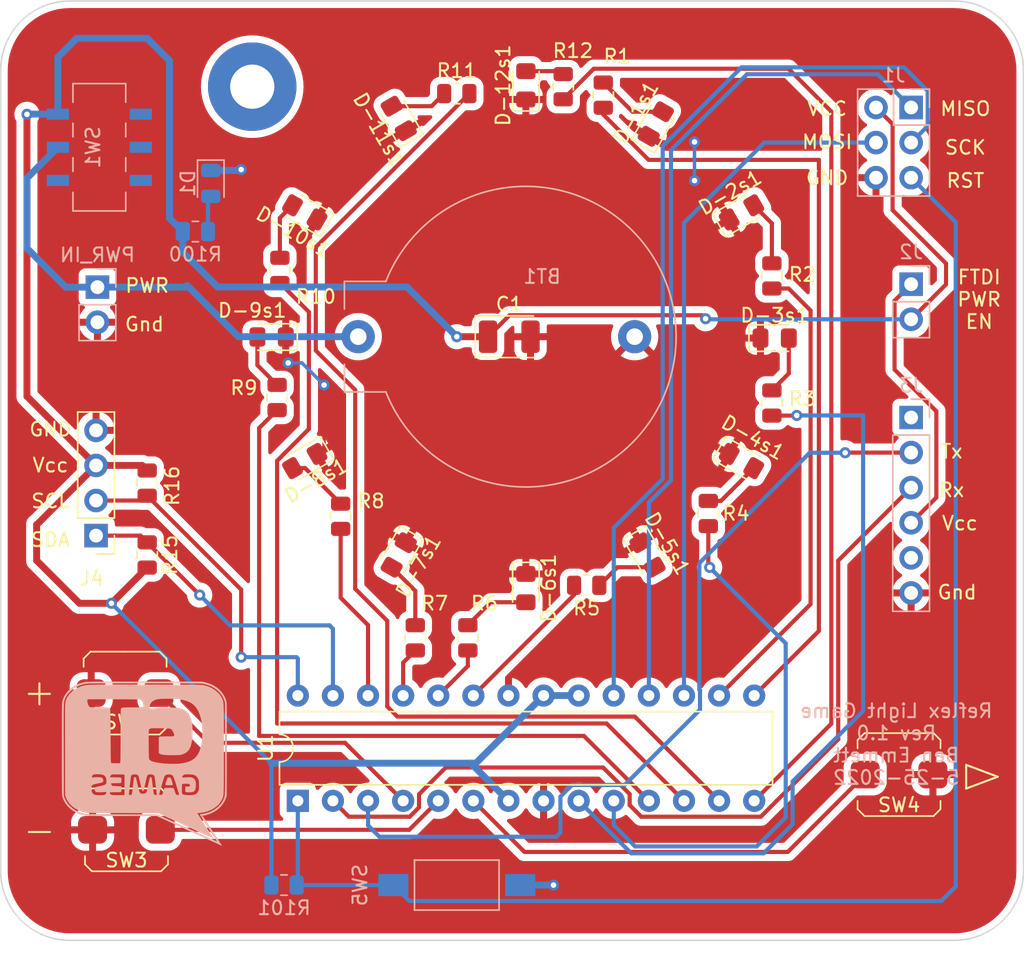
<source format=kicad_pcb>
(kicad_pcb (version 20211014) (generator pcbnew)
  (layers (0 "F.Cu" signal) (31 "B.Cu" signal) (34 "B.Paste" user) (35 "F.Paste" user) (36 "B.SilkS" user "B.Silkscreen") (37 "F.SilkS" user "F.Silkscreen") (38 "B.Mask" user) (39 "F.Mask" user) (44 "Edge.Cuts" user))
  (net 0 "")
  (net 1 "GND")
  (net 2 "VCC")
  (net 3 "Net-(D-1s1-Pad2)")
  (net 4 "Net-(D-2s1-Pad2)")
  (net 5 "Net-(D-3s1-Pad2)")
  (net 6 "Net-(D-4s1-Pad2)")
  (net 7 "Net-(D-5s1-Pad2)")
  (net 8 "Net-(D-6s1-Pad2)")
  (net 9 "Net-(D-7s1-Pad2)")
  (net 10 "Net-(D-8s1-Pad2)")
  (net 11 "Net-(D-9s1-Pad2)")
  (net 12 "Net-(D-10s1-Pad2)")
  (net 13 "Net-(D-11s1-Pad2)")
  (net 14 "Net-(D-12s1-Pad2)")
  (net 15 "Net-(D1-Pad2)")
  (net 16 "/MISO")
  (net 17 "/SCK")
  (net 18 "/MOSI")
  (net 19 "/RST")
  (net 20 "/FTDI_VCC")
  (net 22 "/UART_TX")
  (net 23 "/UART_RX")
  (net 25 "/I2C_SDA")
  (net 26 "/I2C_SCL")
  (net 27 "Net-(R3-Pad2)")
  (net 28 "Net-(R4-Pad2)")
  (net 29 "Net-(R5-Pad2)")
  (net 30 "Net-(R6-Pad2)")
  (net 31 "Net-(R7-Pad2)")
  (net 32 "Net-(R8-Pad2)")
  (net 33 "Net-(R9-Pad2)")
  (net 34 "Net-(R10-Pad2)")
  (net 35 "Net-(R11-Pad2)")
  (net 36 "Net-(R12-Pad2)")
  (net 41 "/PLUS_BTN")
  (net 42 "/MINUS_BTN")
  (net 43 "/PLAY_BTN")
  (net 44 "Net-(R1-Pad2)")
  (net 45 "Net-(R2-Pad2)")
  (net 46 "/PWR_IN")
  (footprint "LED_SMD:LED_0805_2012Metric_Pad1.15x1.40mm_HandSolder" (layer "F.Cu") (at 166.4 78.1 30)
    (fp_text reference "D-2s1" (at 0 -1.65 30) (layer "F.SilkS"))
    (fp_text value "LED")
    (pad "1" smd roundrect (at -1.025 0 30) (size 1.15 1.4) (layers "F.Cu" "F.Paste" "F.Mask") (roundrect_rratio 0.2173913043) (net 1 "GND"))
    (pad "2" smd roundrect (at 1.025 0 30) (size 1.15 1.4) (layers "F.Cu" "F.Paste" "F.Mask") (roundrect_rratio 0.2173913043) (net 4 "Net-(D-2s1-Pad2)"))
  )
  (footprint "LED_SMD:LED_0805_2012Metric_Pad1.15x1.40mm_HandSolder" (layer "F.Cu") (at 168.8 87.2)
    (fp_text reference "D-3s1" (at 0 -1.65) (layer "F.SilkS"))
    (fp_text value "LED")
    (pad "1" smd roundrect (at -1.025 0) (size 1.15 1.4) (layers "F.Cu" "F.Paste" "F.Mask") (roundrect_rratio 0.2173913043) (net 1 "GND"))
    (pad "2" smd roundrect (at 1.025 0) (size 1.15 1.4) (layers "F.Cu" "F.Paste" "F.Mask") (roundrect_rratio 0.2173913043) (net 5 "Net-(D-3s1-Pad2)"))
  )
  (footprint "LED_SMD:LED_0805_2012Metric_Pad1.15x1.40mm_HandSolder" (layer "F.Cu") (at 150.8 68.9 90)
    (fp_text reference "D-12s1" (at 0 -1.65 90) (layer "F.SilkS"))
    (fp_text value "LED")
    (pad "1" smd roundrect (at -1.025 0 90) (size 1.15 1.4) (layers "F.Cu" "F.Paste" "F.Mask") (roundrect_rratio 0.2173913043) (net 1 "GND"))
    (pad "2" smd roundrect (at 1.025 0 90) (size 1.15 1.4) (layers "F.Cu" "F.Paste" "F.Mask") (roundrect_rratio 0.2173913043) (net 14 "Net-(D-12s1-Pad2)"))
  )
  (footprint "Resistor_SMD:R_0805_2012Metric" (layer "F.Cu") (at 142.8 108.9 -90)
    (fp_text reference "R7" (at -2.5 -1.4 180) (layer "F.SilkS"))
    (fp_text value "100R")
    (pad "1" smd roundrect (at -0.9125 0 270) (size 1.025 1.4) (layers "F.Cu" "F.Paste" "F.Mask") (roundrect_rratio 0.243902439) (net 9 "Net-(D-7s1-Pad2)"))
    (pad "2" smd roundrect (at 0.9125 0 270) (size 1.025 1.4) (layers "F.Cu" "F.Paste" "F.Mask") (roundrect_rratio 0.243902439) (net 31 "Net-(R7-Pad2)"))
  )
  (footprint "LED_SMD:LED_0805_2012Metric_Pad1.15x1.40mm_HandSolder" (layer "F.Cu") (at 150.8 105.3 -90)
    (fp_text reference "D-6s1" (at 0 -1.65 90) (layer "F.SilkS"))
    (fp_text value "LED")
    (pad "1" smd roundrect (at -1.025 0 270) (size 1.15 1.4) (layers "F.Cu" "F.Paste" "F.Mask") (roundrect_rratio 0.2173913043) (net 1 "GND"))
    (pad "2" smd roundrect (at 1.025 0 270) (size 1.15 1.4) (layers "F.Cu" "F.Paste" "F.Mask") (roundrect_rratio 0.2173913043) (net 8 "Net-(D-6s1-Pad2)"))
  )
  (footprint "Resistor_SMD:R_0805_2012Metric" (layer "F.Cu") (at 146.6 108.9 -90)
    (fp_text reference "R6" (at -2.5 -1.2 180) (layer "F.SilkS"))
    (fp_text value "100R")
    (pad "1" smd roundrect (at -0.9125 0 270) (size 1.025 1.4) (layers "F.Cu" "F.Paste" "F.Mask") (roundrect_rratio 0.243902439) (net 8 "Net-(D-6s1-Pad2)"))
    (pad "2" smd roundrect (at 0.9125 0 270) (size 1.025 1.4) (layers "F.Cu" "F.Paste" "F.Mask") (roundrect_rratio 0.243902439) (net 30 "Net-(R6-Pad2)"))
  )
  (footprint "MountingHole:MountingHole_3.2mm_M3_Pad" (layer "F.Cu") (at 131 69)
    (fp_text reference "REF**" hide)
    (fp_text value "MountingHole_3.2mm_M3_Pad")
    (pad "1" thru_hole circle (at 0 0) (size 6.4 6.4) (drill 3.2) (layers *.Cu *.Mask))
  )
  (footprint "Resistor_SMD:R_0805_2012Metric" (layer "F.Cu") (at 156.4 69.6125 -90)
    (fp_text reference "R1" (at -2.8125 -1 180) (layer "F.SilkS"))
    (fp_text value "100R")
    (pad "1" smd roundrect (at -0.9125 0 270) (size 1.025 1.4) (layers "F.Cu" "F.Paste" "F.Mask") (roundrect_rratio 0.243902439) (net 3 "Net-(D-1s1-Pad2)"))
    (pad "2" smd roundrect (at 0.9125 0 270) (size 1.025 1.4) (layers "F.Cu" "F.Paste" "F.Mask") (roundrect_rratio 0.243902439) (net 44 "Net-(R1-Pad2)"))
  )
  (footprint "Button_Switch_SMD:Switch_SPST_SMD_6mm_bje" (layer "F.Cu") (at 121.9 122.8)
    (fp_text reference "SW3" (at 0 2.2 unlocked) (layer "F.SilkS"))
    (fp_text value "SW_-")
    (pad "1" smd roundrect (at 2.45 0) (size 2.1 2) (layers "F.Cu" "F.Paste" "F.Mask") (net 42 "/MINUS_BTN"))
    (pad "2" smd roundrect (at -2.45 0) (size 2.1 2) (layers "F.Cu" "F.Paste" "F.Mask") (net 1 "GND"))
  )
  (footprint "LED_SMD:LED_0805_2012Metric_Pad1.15x1.40mm_HandSolder" (layer "F.Cu") (at 160.2 71.7 60)
    (fp_text reference "D-1s1" (at 0 -1.65 60) (layer "F.SilkS"))
    (fp_text value "LED")
    (pad "1" smd roundrect (at -1.025 0 60) (size 1.15 1.4) (layers "F.Cu" "F.Paste" "F.Mask") (roundrect_rratio 0.2173913043) (net 1 "GND"))
    (pad "2" smd roundrect (at 1.025 0 60) (size 1.15 1.4) (layers "F.Cu" "F.Paste" "F.Mask") (roundrect_rratio 0.2173913043) (net 3 "Net-(D-1s1-Pad2)"))
  )
  (footprint "Resistor_SMD:R_0805_2012Metric" (layer "F.Cu") (at 168.6 82.7 -90)
    (fp_text reference "R2" (at -0.1 -2.2 180) (layer "F.SilkS"))
    (fp_text value "100R")
    (pad "1" smd roundrect (at -0.9125 0 270) (size 1.025 1.4) (layers "F.Cu" "F.Paste" "F.Mask") (roundrect_rratio 0.243902439) (net 4 "Net-(D-2s1-Pad2)"))
    (pad "2" smd roundrect (at 0.9125 0 270) (size 1.025 1.4) (layers "F.Cu" "F.Paste" "F.Mask") (roundrect_rratio 0.243902439) (net 45 "Net-(R2-Pad2)"))
  )
  (footprint "LED_SMD:LED_0805_2012Metric_Pad1.15x1.40mm_HandSolder" (layer "F.Cu") (at 134.8 78.1 150)
    (fp_text reference "D-10s1" (at 0 -1.65 150) (layer "F.SilkS"))
    (fp_text value "LED")
    (pad "1" smd roundrect (at -1.025 0 150) (size 1.15 1.4) (layers "F.Cu" "F.Paste" "F.Mask") (roundrect_rratio 0.2173913043) (net 1 "GND"))
    (pad "2" smd roundrect (at 1.025 0 150) (size 1.15 1.4) (layers "F.Cu" "F.Paste" "F.Mask") (roundrect_rratio 0.2173913043) (net 12 "Net-(D-10s1-Pad2)"))
  )
  (footprint "Resistor_SMD:R_0805_2012Metric" (layer "F.Cu") (at 137.4 100.1 -90)
    (fp_text reference "R8" (at -1.1 -2.2 180) (layer "F.SilkS"))
    (fp_text value "100R")
    (pad "1" smd roundrect (at -0.9125 0 270) (size 1.025 1.4) (layers "F.Cu" "F.Paste" "F.Mask") (roundrect_rratio 0.243902439) (net 10 "Net-(D-8s1-Pad2)"))
    (pad "2" smd roundrect (at 0.9125 0 270) (size 1.025 1.4) (layers "F.Cu" "F.Paste" "F.Mask") (roundrect_rratio 0.243902439) (net 32 "Net-(R8-Pad2)"))
  )
  (footprint "Resistor_SMD:R_0805_2012Metric" (layer "F.Cu") (at 145.8 69.5)
    (fp_text reference "R11" (at 0 -1.65) (layer "F.SilkS"))
    (fp_text value "100R")
    (pad "1" smd roundrect (at -0.9125 0) (size 1.025 1.4) (layers "F.Cu" "F.Paste" "F.Mask") (roundrect_rratio 0.243902439) (net 13 "Net-(D-11s1-Pad2)"))
    (pad "2" smd roundrect (at 0.9125 0) (size 1.025 1.4) (layers "F.Cu" "F.Paste" "F.Mask") (roundrect_rratio 0.243902439) (net 35 "Net-(R11-Pad2)"))
  )
  (footprint "Resistor_SMD:R_0805_2012Metric" (layer "F.Cu") (at 123.4 102.9 -90)
    (fp_text reference "R15" (at 0 -1.65 90) (layer "F.SilkS"))
    (fp_text value "R")
    (pad "1" smd roundrect (at -0.9125 0 270) (size 1.025 1.4) (layers "F.Cu" "F.Paste" "F.Mask") (roundrect_rratio 0.243902439) (net 25 "/I2C_SDA"))
    (pad "2" smd roundrect (at 0.9125 0 270) (size 1.025 1.4) (layers "F.Cu" "F.Paste" "F.Mask") (roundrect_rratio 0.243902439) (net 2 "VCC"))
  )
  (footprint "Connector_PinHeader_2.54mm:PinHeader_1x04_P2.54mm_Vertical" (layer "F.Cu") (at 119.7 101.5 180)
    (fp_text reference "J4" (at 0.3 -3.1 180) (layer "F.SilkS"))
    (fp_text value "I2C")
    (pad "1" thru_hole rect (at 0 0 180) (size 1.7 1.7) (drill 1) (layers *.Cu *.Mask) (net 25 "/I2C_SDA"))
    (pad "2" thru_hole oval (at 0 2.54 180) (size 1.7 1.7) (drill 1) (layers *.Cu *.Mask) (net 26 "/I2C_SCL"))
    (pad "3" thru_hole oval (at 0 5.08 180) (size 1.7 1.7) (drill 1) (layers *.Cu *.Mask) (net 2 "VCC"))
    (pad "4" thru_hole oval (at 0 7.62 180) (size 1.7 1.7) (drill 1) (layers *.Cu *.Mask) (net 1 "GND"))
  )
  (footprint "LED_SMD:LED_0805_2012Metric_Pad1.15x1.40mm_HandSolder" (layer "F.Cu") (at 134.8 96.1 -150)
    (fp_text reference "D-8s1" (at 0 -1.65 30) (layer "F.SilkS"))
    (fp_text value "LED")
    (pad "1" smd roundrect (at -1.025 0 210) (size 1.15 1.4) (layers "F.Cu" "F.Paste" "F.Mask") (roundrect_rratio 0.2173913043) (net 1 "GND"))
    (pad "2" smd roundrect (at 1.025 0 210) (size 1.15 1.4) (layers "F.Cu" "F.Paste" "F.Mask") (roundrect_rratio 0.2173913043) (net 10 "Net-(D-8s1-Pad2)"))
  )
  (footprint "Resistor_SMD:R_0805_2012Metric" (layer "F.Cu") (at 168.6 91.9 -90)
    (fp_text reference "R3" (at -0.3 -2.2 180) (layer "F.SilkS"))
    (fp_text value "100R")
    (pad "1" smd roundrect (at -0.9125 0 270) (size 1.025 1.4) (layers "F.Cu" "F.Paste" "F.Mask") (roundrect_rratio 0.243902439) (net 5 "Net-(D-3s1-Pad2)"))
    (pad "2" smd roundrect (at 0.9125 0 270) (size 1.025 1.4) (layers "F.Cu" "F.Paste" "F.Mask") (roundrect_rratio 0.243902439) (net 27 "Net-(R3-Pad2)"))
  )
  (footprint "LED_SMD:LED_0805_2012Metric_Pad1.15x1.40mm_HandSolder" (layer "F.Cu") (at 141.6 102.9 -120)
    (fp_text reference "D-7s1" (at 0 -1.65 60) (layer "F.SilkS"))
    (fp_text value "LED")
    (pad "1" smd roundrect (at -1.025 0 240) (size 1.15 1.4) (layers "F.Cu" "F.Paste" "F.Mask") (roundrect_rratio 0.2173913043) (net 1 "GND"))
    (pad "2" smd roundrect (at 1.025 0 240) (size 1.15 1.4) (layers "F.Cu" "F.Paste" "F.Mask") (roundrect_rratio 0.2173913043) (net 9 "Net-(D-7s1-Pad2)"))
  )
  (footprint "Resistor_SMD:R_0805_2012Metric" (layer "F.Cu") (at 155.2 105.1 180)
    (fp_text reference "R5" (at 0 -1.65) (layer "F.SilkS"))
    (fp_text value "100R")
    (pad "1" smd roundrect (at -0.9125 0 180) (size 1.025 1.4) (layers "F.Cu" "F.Paste" "F.Mask") (roundrect_rratio 0.243902439) (net 7 "Net-(D-5s1-Pad2)"))
    (pad "2" smd roundrect (at 0.9125 0 180) (size 1.025 1.4) (layers "F.Cu" "F.Paste" "F.Mask") (roundrect_rratio 0.243902439) (net 29 "Net-(R5-Pad2)"))
  )
  (footprint "LED_SMD:LED_0805_2012Metric_Pad1.15x1.40mm_HandSolder" (layer "F.Cu") (at 132.4 87.12 180)
    (fp_text reference "D-9s1" (at 1.4 1.92) (layer "F.SilkS"))
    (fp_text value "LED")
    (pad "1" smd roundrect (at -1.025 0 180) (size 1.15 1.4) (layers "F.Cu" "F.Paste" "F.Mask") (roundrect_rratio 0.2173913043) (net 1 "GND"))
    (pad "2" smd roundrect (at 1.025 0 180) (size 1.15 1.4) (layers "F.Cu" "F.Paste" "F.Mask") (roundrect_rratio 0.2173913043) (net 11 "Net-(D-9s1-Pad2)"))
  )
  (footprint "Resistor_SMD:R_0805_2012Metric" (layer "F.Cu") (at 133 82.3 -90)
    (fp_text reference "R10" (at 1.9 -2.6 180) (layer "F.SilkS"))
    (fp_text value "100R")
    (pad "1" smd roundrect (at -0.9125 0 270) (size 1.025 1.4) (layers "F.Cu" "F.Paste" "F.Mask") (roundrect_rratio 0.243902439) (net 12 "Net-(D-10s1-Pad2)"))
    (pad "2" smd roundrect (at 0.9125 0 270) (size 1.025 1.4) (layers "F.Cu" "F.Paste" "F.Mask") (roundrect_rratio 0.243902439) (net 34 "Net-(R10-Pad2)"))
  )
  (footprint "Resistor_SMD:R_0805_2012Metric" (layer "F.Cu") (at 164 99.9 -90)
    (fp_text reference "R4" (at 0 -2 180) (layer "F.SilkS"))
    (fp_text value "100R")
    (pad "1" smd roundrect (at -0.9125 0 270) (size 1.025 1.4) (layers "F.Cu" "F.Paste" "F.Mask") (roundrect_rratio 0.243902439) (net 6 "Net-(D-4s1-Pad2)"))
    (pad "2" smd roundrect (at 0.9125 0 270) (size 1.025 1.4) (layers "F.Cu" "F.Paste" "F.Mask") (roundrect_rratio 0.243902439) (net 28 "Net-(R4-Pad2)"))
  )
  (footprint "Capacitor_Tantalum_SMD:CP_EIA-3528-12_Kemet-T" (layer "F.Cu") (at 149.6 87.1)
    (fp_text reference "C1" (at 0 -2.35) (layer "F.SilkS"))
    (fp_text value "C_Polarized")
    (pad "1" smd roundrect (at -1.5375 0) (size 1.325 2.35) (layers "F.Cu" "F.Paste" "F.Mask") (roundrect_rratio 0.1886792453) (net 2 "VCC"))
    (pad "2" smd roundrect (at 1.5375 0) (size 1.325 2.35) (layers "F.Cu" "F.Paste" "F.Mask") (roundrect_rratio 0.1886792453) (net 1 "GND"))
  )
  (footprint "LED_SMD:LED_0805_2012Metric_Pad1.15x1.40mm_HandSolder" (layer "F.Cu") (at 166.4 96.1 -30)
    (fp_text reference "D-4s1" (at -0.135529 -1.884743 150) (layer "F.SilkS"))
    (fp_text value "LED")
    (pad "1" smd roundrect (at -1.025 0 330) (size 1.15 1.4) (layers "F.Cu" "F.Paste" "F.Mask") (roundrect_rratio 0.2173913043) (net 1 "GND"))
    (pad "2" smd roundrect (at 1.025 0 330) (size 1.15 1.4) (layers "F.Cu" "F.Paste" "F.Mask") (roundrect_rratio 0.2173913043) (net 6 "Net-(D-4s1-Pad2)"))
  )
  (footprint "Button_Switch_SMD:Switch_SPST_SMD_6mm_bje" (layer "F.Cu") (at 177.8 118.8 180)
    (fp_text reference "SW4" (at 0 -2.2 unlocked) (layer "F.SilkS"))
    (fp_text value "SW_PLAY")
    (pad "1" smd roundrect (at 2.45 0 180) (size 2.1 2) (layers "F.Cu" "F.Paste" "F.Mask") (net 43 "/PLAY_BTN"))
    (pad "2" smd roundrect (at -2.45 0 180) (size 2.1 2) (layers "F.Cu" "F.Paste" "F.Mask") (net 1 "GND"))
  )
  (footprint "Button_Switch_SMD:Switch_SPST_SMD_6mm_bje" (layer "F.Cu") (at 121.8 112.9)
    (fp_text reference "SW2" (at 0 2.1 unlocked) (layer "F.SilkS"))
    (fp_text value "SW_+")
    (pad "1" smd roundrect (at 2.45 0) (size 2.1 2) (layers "F.Cu" "F.Paste" "F.Mask") (net 41 "/PLUS_BTN"))
    (pad "2" smd roundrect (at -2.45 0) (size 2.1 2) (layers "F.Cu" "F.Paste" "F.Mask") (net 1 "GND"))
  )
  (footprint "Package_DIP:DIP-28_W7.62mm" (layer "F.Cu") (at 134.3 120.7 90)
    (fp_text reference "U1" (at 3.81 -2.33 90) (layer "F.SilkS"))
    (fp_text value "ATmega328P-PU")
    (pad "1" thru_hole rect (at 0 0 90) (size 1.6 1.6) (drill 0.8) (layers *.Cu *.Mask) (net 19 "/RST"))
    (pad "2" thru_hole oval (at 0 2.54 90) (size 1.6 1.6) (drill 0.8) (layers *.Cu *.Mask) (net 23 "/UART_RX"))
    (pad "3" thru_hole oval (at 0 5.08 90) (size 1.6 1.6) (drill 0.8) (layers *.Cu *.Mask) (net 22 "/UART_TX"))
    (pad "4" thru_hole oval (at 0 7.62 90) (size 1.6 1.6) (drill 0.8) (layers *.Cu *.Mask) (net 41 "/PLUS_BTN"))
    (pad "5" thru_hole oval (at 0 10.16 90) (size 1.6 1.6) (drill 0.8) (layers *.Cu *.Mask) (net 42 "/MINUS_BTN"))
    (pad "6" thru_hole oval (at 0 12.7 90) (size 1.6 1.6) (drill 0.8) (layers *.Cu *.Mask) (net 43 "/PLAY_BTN"))
    (pad "7" thru_hole oval (at 0 15.24 90) (size 1.6 1.6) (drill 0.8) (layers *.Cu *.Mask) (net 2 "VCC"))
    (pad "8" thru_hole oval (at 0 17.78 90) (size 1.6 1.6) (drill 0.8) (layers *.Cu *.Mask) (net 1 "GND"))
    (pad "9" thru_hole oval (at 0 20.32 90) (size 1.6 1.6) (drill 0.8) (layers *.Cu *.Mask) (net 27 "Net-(R3-Pad2)"))
    (pad "10" thru_hole oval (at 0 22.86 90) (size 1.6 1.6) (drill 0.8) (layers *.Cu *.Mask) (net 28 "Net-(R4-Pad2)"))
    (pad "11" thru_hole oval (at 0 25.4 90) (size 1.6 1.6) (drill 0.8) (layers *.Cu *.Mask) (net 33 "Net-(R9-Pad2)"))
    (pad "12" thru_hole oval (at 0 27.94 90) (size 1.6 1.6) (drill 0.8) (layers *.Cu *.Mask) (net 34 "Net-(R10-Pad2)"))
    (pad "13" thru_hole oval (at 0 30.48 90) (size 1.6 1.6) (drill 0.8) (layers *.Cu *.Mask) (net 35 "Net-(R11-Pad2)"))
    (pad "14" thru_hole oval (at 0 33.02 90) (size 1.6 1.6) (drill 0.8) (layers *.Cu *.Mask) (net 36 "Net-(R12-Pad2)"))
    (pad "15" thru_hole oval (at 7.62 33.02 90) (size 1.6 1.6) (drill 0.8) (layers *.Cu *.Mask) (net 44 "Net-(R1-Pad2)"))
    (pad "16" thru_hole oval (at 7.62 30.48 90) (size 1.6 1.6) (drill 0.8) (layers *.Cu *.Mask) (net 45 "Net-(R2-Pad2)"))
    (pad "17" thru_hole oval (at 7.62 27.94 90) (size 1.6 1.6) (drill 0.8) (layers *.Cu *.Mask) (net 18 "/MOSI"))
    (pad "18" thru_hole oval (at 7.62 25.4 90) (size 1.6 1.6) (drill 0.8) (layers *.Cu *.Mask) (net 16 "/MISO"))
    (pad "19" thru_hole oval (at 7.62 22.86 90) (size 1.6 1.6) (drill 0.8) (layers *.Cu *.Mask) (net 17 "/SCK"))
    (pad "20" thru_hole oval (at 7.62 20.32 90) (size 1.6 1.6) (drill 0.8) (layers *.Cu *.Mask) (net 2 "VCC"))
    (pad "21" thru_hole oval (at 7.62 17.78 90) (size 1.6 1.6) (drill 0.8) (layers *.Cu *.Mask) (net 2 "VCC"))
    (pad "22" thru_hole oval (at 7.62 15.24 90) (size 1.6 1.6) (drill 0.8) (layers *.Cu *.Mask) (net 1 "GND"))
    (pad "23" thru_hole oval (at 7.62 12.7 90) (size 1.6 1.6) (drill 0.8) (layers *.Cu *.Mask) (net 29 "Net-(R5-Pad2)"))
    (pad "24" thru_hole oval (at 7.62 10.16 90) (size 1.6 1.6) (drill 0.8) (layers *.Cu *.Mask) (net 30 "Net-(R6-Pad2)"))
    (pad "25" thru_hole oval (at 7.62 7.62 90) (size 1.6 1.6) (drill 0.8) (layers *.Cu *.Mask) (net 31 "Net-(R7-Pad2)"))
    (pad "26" thru_hole oval (at 7.62 5.08 90) (size 1.6 1.6) (drill 0.8) (layers *.Cu *.Mask) (net 32 "Net-(R8-Pad2)"))
    (pad "27" thru_hole oval (at 7.62 2.54 90) (size 1.6 1.6) (drill 0.8) (layers *.Cu *.Mask) (net 25 "/I2C_SDA"))
    (pad "28" thru_hole oval (at 7.62 0 90) (size 1.6 1.6) (drill 0.8) (layers *.Cu *.Mask) (net 26 "/I2C_SCL"))
  )
  (footprint "Resistor_SMD:R_0805_2012Metric" (layer "F.Cu") (at 123.4 97.7 90)
    (fp_text reference "R16" (at -0.2 1.8 90) (layer "F.SilkS"))
    (fp_text value "R")
    (pad "1" smd roundrect (at -0.9125 0 90) (size 1.025 1.4) (layers "F.Cu" "F.Paste" "F.Mask") (roundrect_rratio 0.243902439) (net 26 "/I2C_SCL"))
    (pad "2" smd roundrect (at 0.9125 0 90) (size 1.025 1.4) (layers "F.Cu" "F.Paste" "F.Mask") (roundrect_rratio 0.243902439) (net 2 "VCC"))
  )
  (footprint "Resistor_SMD:R_0805_2012Metric" (layer "F.Cu") (at 132.8 91.5 -90)
    (fp_text reference "R9" (at -0.7 2.4 180) (layer "F.SilkS"))
    (fp_text value "100R")
    (pad "1" smd roundrect (at -0.9125 0 270) (size 1.025 1.4) (layers "F.Cu" "F.Paste" "F.Mask") (roundrect_rratio 0.243902439) (net 11 "Net-(D-9s1-Pad2)"))
    (pad "2" smd roundrect (at 0.9125 0 270) (size 1.025 1.4) (layers "F.Cu" "F.Paste" "F.Mask") (roundrect_rratio 0.243902439) (net 33 "Net-(R9-Pad2)"))
  )
  (footprint "Resistor_SMD:R_0805_2012Metric" (layer "F.Cu") (at 153.5 69 -90)
    (fp_text reference "R12" (at -2.6 -0.7 180) (layer "F.SilkS"))
    (fp_text value "100R")
    (pad "1" smd roundrect (at -0.9125 0 270) (size 1.025 1.4) (layers "F.Cu" "F.Paste" "F.Mask") (roundrect_rratio 0.243902439) (net 14 "Net-(D-12s1-Pad2)"))
    (pad "2" smd roundrect (at 0.9125 0 270) (size 1.025 1.4) (layers "F.Cu" "F.Paste" "F.Mask") (roundrect_rratio 0.243902439) (net 36 "Net-(R12-Pad2)"))
  )
  (footprint "LED_SMD:LED_0805_2012Metric_Pad1.15x1.40mm_HandSolder" (layer "F.Cu") (at 141.6 71.3 120)
    (fp_text reference "D-11s1" (at 0 -1.65 120) (layer "F.SilkS"))
    (fp_text value "LED")
    (pad "1" smd roundrect (at -1.025 0 120) (size 1.15 1.4) (layers "F.Cu" "F.Paste" "F.Mask") (roundrect_rratio 0.2173913043) (net 1 "GND"))
    (pad "2" smd roundrect (at 1.025 0 120) (size 1.15 1.4) (layers "F.Cu" "F.Paste" "F.Mask") (roundrect_rratio 0.2173913043) (net 13 "Net-(D-11s1-Pad2)"))
  )
  (footprint "LED_SMD:LED_0805_2012Metric_Pad1.15x1.40mm_HandSolder" (layer "F.Cu") (at 159.6 102.9 -60)
    (fp_text reference "D-5s1" (at 0 -1.65 120) (layer "F.SilkS"))
    (fp_text value "LED")
    (pad "1" smd roundrect (at -1.025 0 300) (size 1.15 1.4) (layers "F.Cu" "F.Paste" "F.Mask") (roundrect_rratio 0.2173913043) (net 1 "GND"))
    (pad "2" smd roundrect (at 1.025 0 300) (size 1.15 1.4) (layers "F.Cu" "F.Paste" "F.Mask") (roundrect_rratio 0.2173913043) (net 7 "Net-(D-5s1-Pad2)"))
  )
  (footprint "LOGO" (layer "B.Cu") (at 123.2 118 180)
    (fp_text reference "G***" hide)
    (fp_text value "LOGO" hide)
  )
  (footprint "Connector_PinHeader_2.54mm:PinHeader_1x06_P2.54mm_Vertical" (layer "B.Cu") (at 178.675 92.95 180)
    (fp_text reference "J3" (at 0 2.33) (layer "B.SilkS") (effects (justify mirror)))
    (fp_text value "FTDI-232")
    (pad "1" thru_hole rect (at 0 0 180) (size 1.7 1.7) (drill 1) (layers *.Cu *.Mask))
    (pad "2" thru_hole oval (at 0 -2.54 180) (size 1.7 1.7) (drill 1) (layers *.Cu *.Mask) (net 22 "/UART_TX"))
    (pad "3" thru_hole oval (at 0 -5.08 180) (size 1.7 1.7) (drill 1) (layers *.Cu *.Mask) (net 23 "/UART_RX"))
    (pad "4" thru_hole oval (at 0 -7.62 180) (size 1.7 1.7) (drill 1) (layers *.Cu *.Mask) (net 20 "/FTDI_VCC"))
    (pad "5" thru_hole oval (at 0 -10.16 180) (size 1.7 1.7) (drill 1) (layers *.Cu *.Mask))
    (pad "6" thru_hole oval (at 0 -12.7 180) (size 1.7 1.7) (drill 1) (layers *.Cu *.Mask) (net 1 "GND"))
  )
  (footprint "Connector_PinHeader_2.54mm:PinHeader_1x02_P2.54mm_Vertical" (layer "B.Cu") (at 119.8 83.5125 180)
    (fp_text reference "PWR_IN" (at 0 2.33) (layer "B.SilkS") (effects (justify mirror)))
    (fp_text value "Pwr_Pins")
    (pad "1" thru_hole rect (at 0 0 180) (size 1.7 1.7) (drill 1) (layers *.Cu *.Mask) (net 46 "/PWR_IN"))
    (pad "2" thru_hole oval (at 0 -2.54 180) (size 1.7 1.7) (drill 1) (layers *.Cu *.Mask) (net 1 "GND"))
  )
  (footprint "Battery:BatteryHolder_bje_THT_1x2032" (layer "B.Cu") (at 158.67 87.097654 180)
    (fp_text reference "BT1" (at 6.7 4.35) (layer "B.SilkS") (effects (justify mirror)))
    (fp_text value "Coin_Cell")
    (pad "1" thru_hole circle (at 20 0 180) (size 2.4 2.4) (drill 1.2) (layers *.Cu *.Mask) (net 46 "/PWR_IN"))
    (pad "2" thru_hole circle (at 0 0 180) (size 2.4 2.4) (drill 1.2) (layers *.Cu *.Mask) (net 1 "GND"))
  )
  (footprint "LED_SMD:LED_0805_2012Metric" (layer "B.Cu") (at 128 76 -90)
    (fp_text reference "D1" (at 0 1.65 -270) (layer "B.SilkS") (effects (justify mirror)))
    (fp_text value "LED")
    (pad "1" smd roundrect (at -0.9375 0 270) (size 0.975 1.4) (layers "B.Cu" "B.Paste" "B.Mask") (net 1 "GND"))
    (pad "2" smd roundrect (at 0.9375 0 270) (size 0.975 1.4) (layers "B.Cu" "B.Paste" "B.Mask") (net 15 "Net-(D1-Pad2)"))
  )
  (footprint "Button_Switch_SMD:SW_SPST_FSMSM" (layer "B.Cu") (at 145.8 126.8)
    (fp_text reference "SW5" (at -7 0 90) (layer "B.SilkS") (effects (justify mirror)))
    (fp_text value "RESET_BTN")
    (pad "1" smd rect (at -4.59 0) (size 2.18 1.6) (layers "B.Cu" "B.Paste" "B.Mask") (net 19 "/RST"))
    (pad "2" smd rect (at 4.59 0) (size 2.18 1.6) (layers "B.Cu" "B.Paste" "B.Mask") (net 1 "GND"))
  )
  (footprint "Button_Switch_SMD:SW_DPDT_MSS22D18_6pin_bje" (layer "B.Cu") (at 119.9375 73.3875 -90)
    (fp_text reference "SW1" (at 0 0.4575 90) (layer "B.SilkS") (effects (justify mirror)))
    (fp_text value "SW_DPDT_x2")
    (pad "1" smd rect (at -2.4 3 270) (size 0.8 1.6) (layers "B.Cu" "B.Paste" "B.Mask") (net 2 "VCC"))
    (pad "2" smd rect (at 0 3 270) (size 0.8 1.6) (layers "B.Cu" "B.Paste" "B.Mask") (net 46 "/PWR_IN"))
    (pad "3" smd rect (at 2.4 3 270) (size 0.8 1.6) (layers "B.Cu" "B.Paste" "B.Mask"))
    (pad "4" smd rect (at -2.4 -3 270) (size 0.8 1.6) (layers "B.Cu" "B.Paste" "B.Mask"))
    (pad "5" smd rect (at 0 -3 270) (size 0.8 1.6) (layers "B.Cu" "B.Paste" "B.Mask"))
    (pad "6" smd rect (at 2.4 -3 270) (size 0.8 1.6) (layers "B.Cu" "B.Paste" "B.Mask"))
  )
  (footprint "Resistor_SMD:R_0805_2012Metric" (layer "B.Cu") (at 133.3 126.8)
    (fp_text reference "R101" (at 0 1.65) (layer "B.SilkS") (effects (justify mirror)))
    (fp_text value "10KR")
    (pad "1" smd roundrect (at -0.9125 0) (size 1.025 1.4) (layers "B.Cu" "B.Paste" "B.Mask") (roundrect_rratio 0.243902439) (net 2 "VCC"))
    (pad "2" smd roundrect (at 0.9125 0) (size 1.025 1.4) (layers "B.Cu" "B.Paste" "B.Mask") (roundrect_rratio 0.243902439) (net 19 "/RST"))
  )
  (footprint "Connector_PinHeader_2.54mm:PinHeader_1x02_P2.54mm_Vertical" (layer "B.Cu") (at 178.675 83.3 180)
    (fp_text reference "J2" (at 0 2.33) (layer "B.SilkS") (effects (justify mirror)))
    (fp_text value "FTDI_VCC_BRIDGE")
    (pad "1" thru_hole rect (at 0 0 180) (size 1.7 1.7) (drill 1) (layers *.Cu *.Mask) (net 20 "/FTDI_VCC"))
    (pad "2" thru_hole oval (at 0 -2.54 180) (size 1.7 1.7) (drill 1) (layers *.Cu *.Mask) (net 2 "VCC"))
  )
  (footprint "Resistor_SMD:R_0805_2012Metric" (layer "B.Cu") (at 126.8875 79.4875)
    (fp_text reference "R100" (at 0 1.65) (layer "B.SilkS") (effects (justify mirror)))
    (fp_text value "R")
    (pad "1" smd roundrect (at -0.9125 0) (size 1.025 1.4) (layers "B.Cu" "B.Paste" "B.Mask") (roundrect_rratio 0.243902439) (net 2 "VCC"))
    (pad "2" smd roundrect (at 0.9125 0) (size 1.025 1.4) (layers "B.Cu" "B.Paste" "B.Mask") (roundrect_rratio 0.243902439) (net 15 "Net-(D1-Pad2)"))
  )
  (footprint "Connector_PinHeader_2.54mm:PinHeader_2x03_P2.54mm_Vertical" (layer "B.Cu") (at 178.675 70.5075 180)
    (fp_text reference "J1" (at 1.27 2.33) (layer "B.SilkS") (effects (justify mirror)))
    (fp_text value "ISCP")
    (pad "1" thru_hole rect (at 0 0 180) (size 1.7 1.7) (drill 1) (layers *.Cu *.Mask) (net 16 "/MISO"))
    (pad "2" thru_hole oval (at 2.54 0 180) (size 1.7 1.7) (drill 1) (layers *.Cu *.Mask) (net 2 "VCC"))
    (pad "3" thru_hole oval (at 0 -2.54 180) (size 1.7 1.7) (drill 1) (layers *.Cu *.Mask) (net 17 "/SCK"))
    (pad "4" thru_hole oval (at 2.54 -2.54 180) (size 1.7 1.7) (drill 1) (layers *.Cu *.Mask) (net 18 "/MOSI"))
    (pad "5" thru_hole oval (at 0 -5.08 180) (size 1.7 1.7) (drill 1) (layers *.Cu *.Mask) (net 19 "/RST"))
    (pad "6" thru_hole oval (at 2.54 -5.08 180) (size 1.7 1.7) (drill 1) (layers *.Cu *.Mask) (net 1 "GND"))
  )
  (gr_line (start 117.8 130.8) (end 181.8 130.8) (layer "Edge.Cuts") (width 0.1))
  (gr_line (start 181.8 62.8) (end 117.8 62.8) (layer "Edge.Cuts") (width 0.1))
  (gr_line (start 186.8 125.8) (end 186.8 67.8) (layer "Edge.Cuts") (width 0.1))
  (gr_arc (start 117.8 130.8) (mid 114.264466 129.335534) (end 112.8 125.8) (layer "Edge.Cuts") (width 0.1))
  (gr_arc (start 186.8 125.8) (mid 185.335534 129.335534) (end 181.8 130.8) (layer "Edge.Cuts") (width 0.1))
  (gr_line (start 112.8 67.8) (end 112.8 125.8) (layer "Edge.Cuts") (width 0.1))
  (gr_arc (start 181.8 62.8) (mid 185.335534 64.264466) (end 186.8 67.8) (layer "Edge.Cuts") (width 0.1))
  (gr_arc (start 112.8 67.8) (mid 114.264466 64.264466) (end 117.8 62.8) (layer "Edge.Cuts") (width 0.1))
  (gr_text "Reflex Light Game\nRev 1.0\nBen Emmett\n5-25-2022" (at 177.6 116.6) (layer "B.SilkS") (effects (font (size 1 1)) (justify mirror)))
  (gr_text "-" (at 115.6 122.8) (layer "F.SilkS") (effects (font (size 2 2))))
  (gr_text "Rx" (at 181.6 98.2) (layer "F.SilkS") (effects (font (size 1 1))))
  (gr_text "Vcc\n" (at 182.2 100.6) (layer "F.SilkS") (effects (font (size 1 1))))
  (gr_text "Tx" (at 181.6 95.4) (layer "F.SilkS") (effects (font (size 1 1))))
  (gr_text "▷" (at 183.8 118.8) (layer "F.SilkS") (effects (font (size 2 3))))
  (gr_text "MOSI" (at 172.6 73) (layer "F.SilkS") (effects (font (size 1 1))))
  (gr_text "VCC" (at 172.6 70.6) (layer "F.SilkS") (effects (font (size 1 1))))
  (gr_text "+" (at 115.6 112.8) (layer "F.SilkS") (effects (font (size 2 2))))
  (gr_text "PWR" (at 123.4 83.4) (layer "F.SilkS") (effects (font (size 1 1))))
  (gr_text "SCL" (at 116.4 99) (layer "F.SilkS") (effects (font (size 1 1))))
  (gr_text "RST" (at 182.6 75.8) (layer "F.SilkS") (effects (font (size 1 1))))
  (gr_text "SCK" (at 182.6 73.4) (layer "F.SilkS") (effects (font (size 1 1))))
  (gr_text "SDA" (at 116.4 101.8) (layer "F.SilkS") (effects (font (size 1 1))))
  (gr_text "Gnd\n" (at 182 105.6) (layer "F.SilkS") (effects (font (size 1 1))))
  (gr_text "Gnd" (at 123.2 86.2) (layer "F.SilkS") (effects (font (size 1 1))))
  (gr_text "GND" (at 172.6 75.6) (layer "F.SilkS") (effects (font (size 1 1))))
  (gr_text "Vcc" (at 116.4 96.4) (layer "F.SilkS") (effects (font (size 1 1))))
  (gr_text "FTDI\nPWR\nEN" (at 183.6 84.4) (layer "F.SilkS") (effects (font (size 1 1))))
  (gr_text "GND" (at 116.4 93.8) (layer "F.SilkS") (effects (font (size 1 1))))
  (gr_text "MISO\n" (at 182.6 70.6) (layer "F.SilkS") (effects (font (size 1 1))))
  (segment (start 165.512324 78.6125) (end 165.512324 78.312324) (width 0.25) (layer "F.Cu") (net 1))
  (segment (start 163 73) (end 160.099824 73) (width 0.25) (layer "F.Cu") (net 1))
  (segment (start 160.099824 73) (end 159.6875 72.587676) (width 0.25) (layer "F.Cu") (net 1))
  (segment (start 135.687676 95.5875) (end 136.2 95.075176) (width 0.25) (layer "F.Cu") (net 1))
  (segment (start 165.512324 78.312324) (end 163 75.8) (width 0.25) (layer "F.Cu") (net 1))
  (segment (start 136.2 95.075176) (end 136.2 90.6) (width 0.25) (layer "F.Cu") (net 1))
  (via (at 163 73) (size 0.8) (drill 0.4) (layers "F.Cu" "B.Cu") (net 1))
  (via (at 130.2 75) (size 0.8) (drill 0.4) (layers "F.Cu" "B.Cu") (net 1))
  (via (at 163 75.8) (size 0.8) (drill 0.4) (layers "F.Cu" "B.Cu") (net 1))
  (via (at 152.8 126.8) (size 0.8) (drill 0.4) (layers "F.Cu" "B.Cu") (net 1))
  (via (at 136.2 90.6) (size 0.8) (drill 0.4) (layers "F.Cu" "B.Cu") (net 1))
  (via (at 133.6 89) (size 0.8) (drill 0.4) (layers "F.Cu" "B.Cu") (net 1))
  (segment (start 128 75.0625) (end 130.1375 75.0625) (width 0.5) (layer "B.Cu") (net 1))
  (segment (start 134.6 89) (end 133.6 89) (width 0.25) (layer "B.Cu") (net 1))
  (segment (start 163 75.8) (end 163 73) (width 0.25) (layer "B.Cu") (net 1))
  (segment (start 130.1375 75.0625) (end 130.2 75) (width 0.5) (layer "B.Cu") (net 1))
  (segment (start 136.2 90.6) (end 134.6 89) (width 0.25) (layer "B.Cu") (net 1))
  (segment (start 150.39 126.8) (end 152.8 126.8) (width 0.5) (layer "B.Cu") (net 1))
  (segment (start 115.42 100.7) (end 115.4 100.7) (width 0.5) (layer "F.Cu") (net 2))
  (segment (start 181.2 81.8) (end 181.2 83.315) (width 0.3) (layer "F.Cu") (net 2))
  (segment (start 114.7 91.42) (end 119.7 96.42) (width 0.5) (layer "F.Cu") (net 2))
  (segment (start 120.8125 106.4) (end 123.4 103.8125) (width 0.5) (layer "F.Cu") (net 2))
  (segment (start 148.0625 87.1) (end 145.8 87.1) (width 0.5) (layer "F.Cu") (net 2))
  (segment (start 115.4 100.7) (end 115.4 103.3) (width 0.5) (layer "F.Cu") (net 2))
  (segment (start 123.0325 96.42) (end 123.4 96.7875) (width 0.5) (layer "F.Cu") (net 2))
  (segment (start 118.5 106.4) (end 120.8125 106.4) (width 0.5) (layer "F.Cu") (net 2))
  (segment (start 119.7 96.42) (end 123.0325 96.42) (width 0.5) (layer "F.Cu") (net 2))
  (segment (start 149.614357 85.548143) (end 148.0625 87.1) (width 0.3) (layer "F.Cu") (net 2))
  (segment (start 176.135 70.5075) (end 177.334511 71.707011) (width 0.3) (layer "F.Cu") (net 2))
  (segment (start 119.7 96.42) (end 115.42 100.7) (width 0.5) (layer "F.Cu") (net 2))
  (segment (start 177.334511 77.934511) (end 181.2 81.8) (width 0.3) (layer "F.Cu") (net 2))
  (segment (start 115.4 103.3) (end 118.5 106.4) (width 0.5) (layer "F.Cu") (net 2))
  (segment (start 177.334511 71.707011) (end 177.334511 77.934511) (width 0.3) (layer "F.Cu") (net 2))
  (segment (start 181.2 83.315) (end 178.675 85.84) (width 0.3) (layer "F.Cu") (net 2))
  (segment (start 114.7 71) (end 114.7 91.42) (width 0.5) (layer "F.Cu") (net 2))
  (segment (start 163.8 85.8) (end 163.548143 85.548143) (width 0.3) (layer "F.Cu") (net 2))
  (segment (start 163.548143 85.548143) (end 149.614357 85.548143) (width 0.3) (layer "F.Cu") (net 2))
  (via (at 114.7 71) (size 0.8) (drill 0.4) (layers "F.Cu" "B.Cu") (net 2))
  (via (at 145.8 87.1) (size 0.8) (drill 0.4) (layers "F.Cu" "B.Cu") (net 2))
  (via (at 163.8 85.8) (size 0.8) (drill 0.4) (layers "F.Cu" "B.Cu") (net 2))
  (via (at 120.8125 106.4) (size 0.8) (drill 0.4) (layers "F.Cu" "B.Cu") (net 2))
  (segment (start 149.54 120.7) (end 146.815 117.975) (width 0.5) (layer "B.Cu") (net 2))
  (segment (start 116.9375 66.8625) (end 118.3 65.5) (width 0.5) (layer "B.Cu") (net 2))
  (segment (start 114.7125 70.9875) (end 114.7 71) (width 0.5) (layer "B.Cu") (net 2))
  (segment (start 178.675 85.84) (end 163.84 85.84) (width 0.3) (layer "B.Cu") (net 2))
  (segment (start 132.3875 117.975) (end 120.8125 106.4) (width 0.3) (layer "B.Cu") (net 2))
  (segment (start 116.9375 70.9875) (end 116.9375 66.8625) (width 0.5) (layer "B.Cu") (net 2))
  (segment (start 125.975 80.975) (end 128.5 83.5) (width 0.5) (layer "B.Cu") (net 2))
  (segment (start 116.9375 70.9875) (end 114.7125 70.9875) (width 0.5) (layer "B.Cu") (net 2))
  (segment (start 163.84 85.84) (end 163.8 85.8) (width 0.3) (layer "B.Cu") (net 2))
  (segment (start 125.01298 67.11298) (end 125.01298 78.52548) (width 0.5) (layer "B.Cu") (net 2))
  (segment (start 146.815 117.975) (end 147.185 117.975) (width 0.5) (layer "B.Cu") (net 2))
  (segment (start 132.3875 126.8) (end 132.3875 117.975) (width 0.3) (layer "B.Cu") (net 2))
  (segment (start 142.2 83.5) (end 145.8 87.1) (width 0.5) (layer "B.Cu") (net 2))
  (segment (start 147.185 117.975) (end 152.08 113.08) (width 0.5) (layer "B.Cu") (net 2))
  (segment (start 125.01298 78.52548) (end 125.975 79.4875) (width 0.5) (layer "B.Cu") (net 2))
  (segment (start 123.4 65.5) (end 125.01298 67.11298) (width 0.5) (layer "B.Cu") (net 2))
  (segment (start 146.815 117.975) (end 132.3875 117.975) (width 0.5) (layer "B.Cu") (net 2))
  (segment (start 118.3 65.5) (end 123.4 65.5) (width 0.5) (layer "B.Cu") (net 2))
  (segment (start 128.5 83.5) (end 142.2 83.5) (width 0.5) (layer "B.Cu") (net 2))
  (segment (start 125.975 79.4875) (end 125.975 80.975) (width 0.5) (layer "B.Cu") (net 2))
  (segment (start 152.08 113.08) (end 154.62 113.08) (width 0.5) (layer "B.Cu") (net 2))
  (segment (start 156.4 68.7) (end 158.512324 70.812324) (width 0.3) (layer "F.Cu") (net 3))
  (segment (start 158.512324 70.812324) (end 160.7125 70.812324) (width 0.3) (layer "F.Cu") (net 3))
  (segment (start 168.6 78.899824) (end 168.6 81.7875) (width 0.3) (layer "F.Cu") (net 4))
  (segment (start 167.287676 77.5875) (end 168.6 78.899824) (width 0.3) (layer "F.Cu") (net 4))
  (segment (start 169.825 89.7625) (end 168.6 90.9875) (width 0.3) (layer "F.Cu") (net 5))
  (segment (start 169.825 87.2) (end 169.825 89.7625) (width 0.3) (layer "F.Cu") (net 5))
  (segment (start 164 98.9875) (end 164.912676 98.9875) (width 0.3) (layer "F.Cu") (net 6))
  (segment (start 164.912676 98.9875) (end 167.287676 96.6125) (width 0.3) (layer "F.Cu") (net 6))
  (segment (start 157.424824 103.787676) (end 156.1125 105.1) (width 0.3) (layer "F.Cu") (net 7))
  (segment (start 160.1125 103.787676) (end 157.424824 103.787676) (width 0.3) (layer "F.Cu") (net 7))
  (segment (start 148.2625 106.325) (end 146.6 107.9875) (width 0.3) (layer "F.Cu") (net 8))
  (segment (start 150.8 106.325) (end 148.2625 106.325) (width 0.3) (layer "F.Cu") (net 8))
  (segment (start 142.8 107.9875) (end 142.8 105.500176) (width 0.3) (layer "F.Cu") (net 9))
  (segment (start 142.8 105.500176) (end 141.0875 103.787676) (width 0.3) (layer "F.Cu") (net 9))
  (segment (start 134.825 96.6125) (end 137.4 99.1875) (width 0.3) (layer "F.Cu") (net 10))
  (segment (start 133.912324 96.6125) (end 134.825 96.6125) (width 0.3) (layer "F.Cu") (net 10))
  (segment (start 132.8 90.5875) (end 131.375 89.1625) (width 0.3) (layer "F.Cu") (net 11))
  (segment (start 131.375 89.1625) (end 131.375 87.12) (width 0.3) (layer "F.Cu") (net 11))
  (segment (start 133 81.3875) (end 133 78.499824) (width 0.3) (layer "F.Cu") (net 12))
  (segment (start 133 78.499824) (end 133.912324 77.5875) (width 0.3) (layer "F.Cu") (net 12))
  (segment (start 143.975176 70.412324) (end 144.8875 69.5) (width 0.3) (layer "F.Cu") (net 13))
  (segment (start 141.0875 70.412324) (end 143.975176 70.412324) (width 0.3) (layer "F.Cu") (net 13))
  (segment (start 153.2875 67.875) (end 153.5 68.0875) (width 0.3) (layer "F.Cu") (net 14))
  (segment (start 150.8 67.875) (end 153.2875 67.875) (width 0.3) (layer "F.Cu") (net 14))
  (segment (start 127.8 79.4875) (end 127.8 77.1375) (width 0.3) (layer "B.Cu") (net 15))
  (segment (start 127.8 77.1375) (end 128 76.9375) (width 0.3) (layer "B.Cu") (net 15))
  (segment (start 161.3 73.6) (end 161.3 97.5) (width 0.3) (layer "B.Cu") (net 16))
  (segment (start 176.2675 68.1) (end 166.8 68.1) (width 0.3) (layer "B.Cu") (net 16))
  (segment (start 161.3 97.5) (end 159.7 99.1) (width 0.3) (layer "B.Cu") (net 16))
  (segment (start 166.8 68.1) (end 161.3 73.6) (width 0.3) (layer "B.Cu") (net 16))
  (segment (start 178.675 70.5075) (end 176.2675 68.1) (width 0.3) (layer "B.Cu") (net 16))
  (segment (start 159.7 99.1) (end 159.7 113.08) (width 0.3) (layer "B.Cu") (net 16))
  (segment (start 179.874511 71.847989) (end 179.874511 69.307989) (width 0.3) (layer "B.Cu") (net 17))
  (segment (start 157.16 100.933572) (end 157.16 113.08) (width 0.3) (layer "B.Cu") (net 17))
  (segment (start 166.4 67.6) (end 160.7 73.3) (width 0.3) (layer "B.Cu") (net 17))
  (segment (start 178.675 73.0475) (end 179.874511 71.847989) (width 0.3) (layer "B.Cu") (net 17))
  (segment (start 160.7 73.3) (end 160.7 97.393572) (width 0.3) (layer "B.Cu") (net 17))
  (segment (start 179.874511 69.307989) (end 178.166522 67.6) (width 0.3) (layer "B.Cu") (net 17))
  (segment (start 160.7 97.393572) (end 157.16 100.933572) (width 0.3) (layer "B.Cu") (net 17))
  (segment (start 178.166522 67.6) (end 166.4 67.6) (width 0.3) (layer "B.Cu") (net 17))
  (segment (start 176.135 73.0475) (end 168.0525 73.0475) (width 0.3) (layer "B.Cu") (net 18))
  (segment (start 162.24 78.86) (end 162.24 113.08) (width 0.3) (layer "B.Cu") (net 18))
  (segment (start 168.0525 73.0475) (end 162.24 78.86) (width 0.3) (layer "B.Cu") (net 18))
  (segment (start 180.850489 127.949511) (end 142.359511 127.949511) (width 0.3) (layer "B.Cu") (net 19))
  (segment (start 134.2125 126.8) (end 134.3 126.7125) (width 0.3) (layer "B.Cu") (net 19))
  (segment (start 181.9 126.9) (end 180.850489 127.949511) (width 0.3) (layer "B.Cu") (net 19))
  (segment (start 178.675 75.5875) (end 181.9 78.8125) (width 0.3) (layer "B.Cu") (net 19))
  (segment (start 134.2125 126.8) (end 141.21 126.8) (width 0.3) (layer "B.Cu") (net 19))
  (segment (start 181.9 78.8125) (end 181.9 126.9) (width 0.3) (layer "B.Cu") (net 19))
  (segment (start 134.3 126.7125) (end 134.3 120.7) (width 0.3) (layer "B.Cu") (net 19))
  (segment (start 142.359511 127.949511) (end 141.21 126.8) (width 0.3) (layer "B.Cu") (net 19))
  (segment (start 177.475489 84.499511) (end 177.475489 89.475489) (width 0.3) (layer "F.Cu") (net 20))
  (segment (start 178.675 83.3) (end 177.475489 84.499511) (width 0.3) (layer "F.Cu") (net 20))
  (segment (start 180.5 92.5) (end 180.5 98.745) (width 0.3) (layer "F.Cu") (net 20))
  (segment (start 180.5 98.745) (end 178.675 100.57) (width 0.3) (layer "F.Cu") (net 20))
  (segment (start 177.475489 89.475489) (end 180.5 92.5) (width 0.3) (layer "F.Cu") (net 20))
  (segment (start 173.91 95.49) (end 173.9 95.5) (width 0.3) (layer "F.Cu") (net 22))
  (segment (start 178.675 95.49) (end 173.91 95.49) (width 0.3) (layer "F.Cu") (net 22))
  (via (at 173.9 95.5) (size 0.8) (drill 0.4) (layers "F.Cu" "B.Cu") (net 22))
  (segment (start 153 123.3) (end 140.2 123.3) (width 0.3) (layer "B.Cu") (net 22))
  (segment (start 163.350489 103.489541) (end 163.350489 112.650489) (width 0.3) (layer "B.Cu") (net 22))
  (segment (start 139.38 122.48) (end 139.38 120.7) (width 0.3) (layer "B.Cu") (net 22))
  (segment (start 153.3 123) (end 153 123.3) (width 0.3) (layer "B.Cu") (net 22))
  (segment (start 140.2 123.3) (end 139.38 122.48) (width 0.3) (layer "B.Cu") (net 22))
  (segment (start 163.4 112.7) (end 163.4 114.1) (width 0.3) (layer "B.Cu") (net 22))
  (segment (start 153.3 120.394345) (end 153.3 123) (width 0.3) (layer "B.Cu") (net 22))
  (segment (start 173.9 95.5) (end 171.34003 95.5) (width 0.3) (layer "B.Cu") (net 22))
  (segment (start 171.34003 95.5) (end 163.350489 103.489541) (width 0.3) (layer "B.Cu") (net 22))
  (segment (start 163.350489 112.650489) (end 163.4 112.7) (width 0.3) (layer "B.Cu") (net 22))
  (segment (start 154.143856 119.550489) (end 153.3 120.394345) (width 0.3) (layer "B.Cu") (net 22))
  (segment (start 163.4 114.1) (end 157.949511 119.550489) (width 0.3) (layer "B.Cu") (net 22))
  (segment (start 157.949511 119.550489) (end 154.143856 119.550489) (width 0.3) (layer "B.Cu") (net 22))
  (segment (start 167.796144 121.849511) (end 159.149511 121.849511) (width 0.3) (layer "F.Cu") (net 23))
  (segment (start 156.386786 118.286786) (end 145.006581 118.286786) (width 0.3) (layer "F.Cu") (net 23))
  (segment (start 137.989511 121.849511) (end 136.84 120.7) (width 0.3) (layer "F.Cu") (net 23))
  (segment (start 143.069511 120.223856) (end 143.069511 121.176144) (width 0.3) (layer "F.Cu") (net 23))
  (segment (start 143.069511 121.176144) (end 142.396144 121.849511) (width 0.3) (layer "F.Cu") (net 23))
  (segment (start 178.675 98.03) (end 173.399519 103.305481) (width 0.3) (layer "F.Cu") (net 23))
  (segment (start 173.399519 116.246136) (end 167.796144 121.849511) (width 0.3) (layer "F.Cu") (net 23))
  (segment (start 173.399519 103.305481) (end 173.399519 116.246136) (width 0.3) (layer "F.Cu") (net 23))
  (segment (start 142.396144 121.849511) (end 137.989511 121.849511) (width 0.3) (layer "F.Cu") (net 23))
  (segment (start 145.006581 118.286786) (end 143.069511 120.223856) (width 0.3) (layer "F.Cu") (net 23))
  (segment (start 158.309511 121.009511) (end 158.309511 120.209511) (width 0.3) (layer "F.Cu") (net 23))
  (segment (start 158.309511 120.209511) (end 156.386786 118.286786) (width 0.3) (layer "F.Cu") (net 23))
  (segment (start 159.149511 121.849511) (end 158.309511 121.009511) (width 0.3) (layer "F.Cu") (net 23))
  (segment (start 123.4 102) (end 127.2 105.8) (width 0.3) (layer "F.Cu") (net 25))
  (segment (start 122.9125 101.5) (end 119.7 101.5) (width 0.3) (layer "F.Cu") (net 25))
  (segment (start 123.4 101.9875) (end 122.9125 101.5) (width 0.3) (layer "F.Cu") (net 25))
  (segment (start 123.4 101.9875) (end 123.4 102) (width 0.3) (layer "F.Cu") (net 25))
  (via (at 127.2 105.8) (size 0.8) (drill 0.4) (layers "F.Cu" "B.Cu") (net 25))
  (segment (start 127.2 105.8) (end 129.4 108) (width 0.3) (layer "B.Cu") (net 25))
  (segment (start 136.84 108.24) (end 136.84 113.08) (width 0.3) (layer "B.Cu") (net 25))
  (segment (start 129.4 108) (end 136.6 108) (width 0.3) (layer "B.Cu") (net 25))
  (segment (start 136.6 108) (end 136.84 108.24) (width 0.3) (layer "B.Cu") (net 25))
  (segment (start 130.2 105.4125) (end 130.2 110.3) (width 0.3) (layer "F.Cu") (net 26))
  (segment (start 123.4 98.6125) (end 130.2 105.4125) (width 0.3) (layer "F.Cu") (net 26))
  (segment (start 123.4 98.6125) (end 123.0525 98.96) (width 0.3) (layer "F.Cu") (net 26))
  (segment (start 123.0525 98.96) (end 119.7 98.96) (width 0.3) (layer "F.Cu") (net 26))
  (via (at 130.2 110.3) (size 0.8) (drill 0.4) (layers "F.Cu" "B.Cu") (net 26))
  (segment (start 134.2 110.3) (end 134.3 110.4) (width 0.3) (layer "B.Cu") (net 26))
  (segment (start 134.3 110.4) (end 134.3 113.08) (width 0.3) (layer "B.Cu") (net 26))
  (segment (start 130.2 110.3) (end 134.2 110.3) (width 0.3) (layer "B.Cu") (net 26))
  (segment (start 170.3875 92.8125) (end 170.4 92.8) (width 0.3) (layer "F.Cu") (net 27))
  (segment (start 168.6 92.8125) (end 170.3875 92.8125) (width 0.3) (layer "F.Cu") (net 27))
  (via (at 170.4 92.8) (size 0.8) (drill 0.4) (layers "F.Cu" "B.Cu") (net 27))
  (segment (start 168 124.5) (end 158.42 124.5) (width 0.3) (layer "B.Cu") (net 27))
  (segment (start 158.42 124.5) (end 154.62 120.7) (width 0.3) (layer "B.Cu") (net 27))
  (segment (start 175.2 92.8) (end 175.2 114.2) (width 0.3) (layer "B.Cu") (net 27))
  (segment (start 175.2 114.2) (end 170.1 119.3) (width 0.3) (layer "B.Cu") (net 27))
  (segment (start 170.1 119.3) (end 170.1 122.4) (width 0.3) (layer "B.Cu") (net 27))
  (segment (start 170.1 122.4) (end 168 124.5) (width 0.3) (layer "B.Cu") (net 27))
  (segment (start 170.4 92.8) (end 175.2 92.8) (width 0.3) (layer "B.Cu") (net 27))
  (segment (start 164 103.7) (end 164.1 103.8) (width 0.3) (layer "F.Cu") (net 28))
  (segment (start 164 100.8125) (end 164 103.7) (width 0.3) (layer "F.Cu") (net 28))
  (via (at 164.1 103.8) (size 0.8) (drill 0.4) (layers "F.Cu" "B.Cu") (net 28))
  (segment (start 169.60048 121.89952) (end 167.49952 124.00048) (width 0.3) (layer "B.Cu") (net 28))
  (segment (start 157.16 122.46048) (end 157.16 120.7) (width 0.3) (layer "B.Cu") (net 28))
  (segment (start 158.7 124.00048) (end 157.16 122.46048) (width 0.3) (layer "B.Cu") (net 28))
  (segment (start 164.1 103.8) (end 169.600481 109.300481) (width 0.3) (layer "B.Cu") (net 28))
  (segment (start 167.49952 124.00048) (end 158.7 124.00048) (width 0.3) (layer "B.Cu") (net 28))
  (segment (start 169.600481 109.300481) (end 169.60048 121.89952) (width 0.3) (layer "B.Cu") (net 28))
  (segment (start 154.2875 105.7925) (end 147 113.08) (width 0.3) (layer "F.Cu") (net 29))
  (segment (start 154.2875 105.1) (end 154.2875 105.7925) (width 0.3) (layer "F.Cu") (net 29))
  (segment (start 146.6 110.94) (end 144.46 113.08) (width 0.3) (layer "F.Cu") (net 30))
  (segment (start 146.6 109.8125) (end 146.6 110.94) (width 0.3) (layer "F.Cu") (net 30))
  (segment (start 141.92 110.6925) (end 141.92 113.08) (width 0.3) (layer "F.Cu") (net 31))
  (segment (start 142.8 109.8125) (end 141.92 110.6925) (width 0.3) (layer "F.Cu") (net 31))
  (segment (start 137.4 106) (end 137.4 101.0125) (width 0.3) (layer "F.Cu") (net 32))
  (segment (start 139.38 107.98) (end 137.4 106) (width 0.3) (layer "F.Cu") (net 32))
  (segment (start 139.38 113.08) (end 139.38 107.98) (width 0.3) (layer "F.Cu") (net 32))
  (segment (start 131.5 116) (end 155 116) (width 0.3) (layer "F.Cu") (net 33))
  (segment (start 131.5 93.7125) (end 131.5 116) (width 0.3) (layer "F.Cu") (net 33))
  (segment (start 132.8 92.4125) (end 131.5 93.7125) (width 0.3) (layer "F.Cu") (net 33))
  (segment (start 155 116) (end 159.7 120.7) (width 0.3) (layer "F.Cu") (net 33))
  (segment (start 156.64 115.1) (end 162.24 120.7) (width 0.3) (layer "F.Cu") (net 34))
  (segment (start 132.8 115.1) (end 156.64 115.1) (width 0.3) (layer "F.Cu") (net 34))
  (segment (start 135.1 93.781302) (end 132.8 96.081302) (width 0.3) (layer "F.Cu") (net 34))
  (segment (start 132.8 96.081302) (end 132.8 115.1) (width 0.3) (layer "F.Cu") (net 34))
  (segment (start 133 83.2125) (end 135.1 85.3125) (width 0.3) (layer "F.Cu") (net 34))
  (segment (start 135.1 85.3125) (end 135.1 93.781302) (width 0.3) (layer "F.Cu") (net 34))
  (segment (start 158.68048 114.60048) (end 164.78 120.7) (width 0.3) (layer "F.Cu") (net 35))
  (segment (start 146.7125 69.5) (end 135.6 80.6125) (width 0.3) (layer "F.Cu") (net 35))
  (segment (start 141.5 114.60048) (end 158.68048 114.60048) (width 0.3) (layer "F.Cu") (net 35))
  (segment (start 138.44952 90.94952) (end 138.44952 105.34952) (width 0.3) (layer "F.Cu") (net 35))
  (segment (start 135.6 88.1) (end 138.44952 90.94952) (width 0.3) (layer "F.Cu") (net 35))
  (segment (start 135.6 80.6125) (end 135.6 88.1) (width 0.3) (layer "F.Cu") (net 35))
  (segment (start 140.770489 113.870969) (end 141.5 114.60048) (width 0.3) (layer "F.Cu") (net 35))
  (segment (start 140.770489 107.670489) (end 140.770489 113.870969) (width 0.3) (layer "F.Cu") (net 35))
  (segment (start 138.44952 105.34952) (end 140.770489 107.670489) (width 0.3) (layer "F.Cu") (net 35))
  (segment (start 172.9 115.12) (end 167.32 120.7) (width 0.3) (layer "F.Cu") (net 36))
  (segment (start 153.5 69.9125) (end 155.7125 67.7) (width 0.3) (layer "F.Cu") (net 36))
  (segment (start 169.8 67.7) (end 172.9 70.8) (width 0.3) (layer "F.Cu") (net 36))
  (segment (start 155.7125 67.7) (end 169.8 67.7) (width 0.3) (layer "F.Cu") (net 36))
  (segment (start 172.9 70.8) (end 172.9 115.12) (width 0.3) (layer "F.Cu") (net 36))
  (segment (start 124.25 112.9) (end 127.84952 116.49952) (width 0.3) (layer "F.Cu") (net 41))
  (segment (start 137.71952 116.49952) (end 141.92 120.7) (width 0.3) (layer "F.Cu") (net 41))
  (segment (start 127.84952 116.49952) (end 137.71952 116.49952) (width 0.3) (layer "F.Cu") (net 41))
  (segment (start 124.35 122.8) (end 142.36 122.8) (width 0.3) (layer "F.Cu") (net 42))
  (segment (start 142.36 122.8) (end 144.46 120.7) (width 0.3) (layer "F.Cu") (net 42))
  (segment (start 169.75 124.4) (end 150.7 124.4) (width 0.3) (layer "F.Cu") (net 43))
  (segment (start 150.7 124.4) (end 147 120.7) (width 0.3) (layer "F.Cu") (net 43))
  (segment (start 175.35 118.8) (end 169.75 124.4) (width 0.3) (layer "F.Cu") (net 43))
  (segment (start 156.4 71.018698) (end 159.681302 74.3) (width 0.3) (layer "F.Cu") (net 44))
  (segment (start 159.681302 74.3) (end 172 74.3) (width 0.3) (layer "F.Cu") (net 44))
  (segment (start 156.4 70.525) (end 156.4 71.018698) (width 0.3) (layer "F.Cu") (net 44))
  (segment (start 172 74.3) (end 172 108.4) (width 0.3) (layer "F.Cu") (net 44))
  (segment (start 172 108.4) (end 167.32 113.08) (width 0.3) (layer "F.Cu") (net 44))
  (segment (start 171.4 85.2) (end 171.4 106.46) (width 0.3) (layer "F.Cu") (net 45))
  (segment (start 169.8125 83.6125) (end 171.4 85.2) (width 0.3) (layer "F.Cu") (net 45))
  (segment (start 171.4 106.46) (end 164.78 113.08) (width 0.3) (layer "F.Cu") (net 45))
  (segment (start 168.6 83.6125) (end 169.8125 83.6125) (width 0.3) (layer "F.Cu") (net 45))
  (segment (start 114.7 75.625) (end 116.9375 73.3875) (width 0.5) (layer "B.Cu") (net 46))
  (segment (start 129.997654 87.097654) (end 126.3 83.4) (width 0.5) (layer "B.Cu") (net 46))
  (segment (start 126.1875 83.5125) (end 119.8 83.5125) (width 0.5) (layer "B.Cu") (net 46))
  (segment (start 119.8 83.5125) (end 117.5125 83.5125) (width 0.5) (layer "B.Cu") (net 46))
  (segment (start 126.3 83.4) (end 126.1875 83.5125) (width 0.5) (layer "B.Cu") (net 46))
  (segment (start 138.67 87.097654) (end 129.997654 87.097654) (width 0.5) (layer "B.Cu") (net 46))
  (segment (start 117.5125 83.5125) (end 114.7 80.7) (width 0.5) (layer "B.Cu") (net 46))
  (segment (start 114.7 80.7) (end 114.7 75.625) (width 0.5) (layer "B.Cu") (net 46))
  (zone (net 1) (net_name "GND") (layer "F.Cu") (connect_pads (clearance 0.508)) (min_thickness 0.254) (fill yes (thermal_gap 0.508) (thermal_bridge_width 0.508))
    (polygon (pts (xy 186.8 130.8) (xy 112.8 130.8) (xy 112.8 62.8) (xy 186.8 62.8)))
  )
)
</source>
